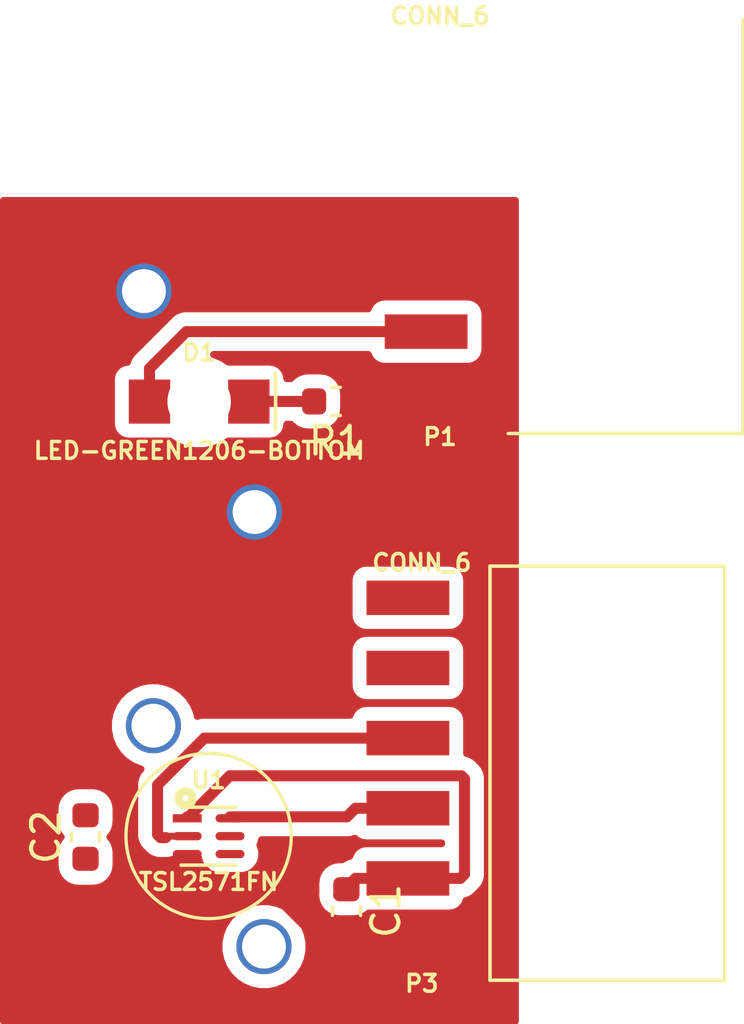
<source format=kicad_pcb>
(kicad_pcb (version 20171130) (host pcbnew 5.1.5+dfsg1-2~bpo9+1)

  (general
    (thickness 1.6)
    (drawings 1)
    (tracks 37)
    (zones 0)
    (modules 7)
    (nets 12)
  )

  (page A4)
  (layers
    (0 F.Cu signal)
    (31 B.Cu signal)
    (32 B.Adhes user)
    (33 F.Adhes user)
    (34 B.Paste user)
    (35 F.Paste user)
    (36 B.SilkS user)
    (37 F.SilkS user)
    (38 B.Mask user)
    (39 F.Mask user)
    (40 Dwgs.User user)
    (41 Cmts.User user)
    (42 Eco1.User user)
    (43 Eco2.User user)
    (44 Edge.Cuts user)
    (45 Margin user)
    (46 B.CrtYd user)
    (47 F.CrtYd user)
    (48 B.Fab user)
    (49 F.Fab user)
  )

  (setup
    (last_trace_width 0.4)
    (user_trace_width 0.3)
    (user_trace_width 0.4)
    (user_trace_width 0.5)
    (trace_clearance 0.35)
    (zone_clearance 0.5)
    (zone_45_only no)
    (trace_min 0.2)
    (via_size 0.8)
    (via_drill 0.4)
    (via_min_size 0.4)
    (via_min_drill 0.3)
    (uvia_size 0.3)
    (uvia_drill 0.1)
    (uvias_allowed no)
    (uvia_min_size 0.2)
    (uvia_min_drill 0.1)
    (edge_width 0.05)
    (segment_width 0.2)
    (pcb_text_width 0.3)
    (pcb_text_size 1.5 1.5)
    (mod_edge_width 0.12)
    (mod_text_size 1 1)
    (mod_text_width 0.15)
    (pad_size 2.2987 2.2987)
    (pad_drill 2.2987)
    (pad_to_mask_clearance 0.051)
    (solder_mask_min_width 0.25)
    (aux_axis_origin 110.9726 65.278)
    (grid_origin 110.9726 65.278)
    (visible_elements FFFFFF7F)
    (pcbplotparams
      (layerselection 0x00000_7fffffff)
      (usegerberextensions false)
      (usegerberattributes false)
      (usegerberadvancedattributes false)
      (creategerberjobfile false)
      (excludeedgelayer true)
      (linewidth 0.150000)
      (plotframeref false)
      (viasonmask false)
      (mode 1)
      (useauxorigin true)
      (hpglpennumber 1)
      (hpglpenspeed 20)
      (hpglpendiameter 15.000000)
      (psnegative false)
      (psa4output false)
      (plotreference true)
      (plotvalue true)
      (plotinvisibletext false)
      (padsonsilk false)
      (subtractmaskfromsilk false)
      (outputformat 1)
      (mirror false)
      (drillshape 0)
      (scaleselection 1)
      (outputdirectory ""))
  )

  (net 0 "")
  (net 1 GND)
  (net 2 3.3V)
  (net 3 SCL)
  (net 4 SDA)
  (net 5 "Net-(P3-Pad2)")
  (net 6 "Net-(P3-Pad1)")
  (net 7 "Net-(D1-PadC)")
  (net 8 "Net-(D1-PadA)")
  (net 9 "Net-(U1-Pad5)")
  (net 10 "Net-(C2-Pad2)")
  (net 11 "Net-(C2-Pad1)")

  (net_class Default "This is the default net class."
    (clearance 0.35)
    (trace_width 0.25)
    (via_dia 0.8)
    (via_drill 0.4)
    (uvia_dia 0.3)
    (uvia_drill 0.1)
    (add_net 3.3V)
    (add_net GND)
    (add_net "Net-(C2-Pad1)")
    (add_net "Net-(C2-Pad2)")
    (add_net "Net-(D1-PadA)")
    (add_net "Net-(D1-PadC)")
    (add_net "Net-(P3-Pad1)")
    (add_net "Net-(P3-Pad2)")
    (add_net "Net-(U1-Pad5)")
    (add_net SCL)
    (add_net SDA)
  )

  (module Connectors2:1X06-SMD-FEMALE (layer F.Cu) (tedit 5F47FC5B) (tstamp 5F53783B)
    (at 129.8321 66.3448 90)
    (descr "HEADER - 6 PIN FEMALE SMD")
    (tags "HEADER - 6 PIN FEMALE SMD")
    (path /60C7935F)
    (attr smd)
    (fp_text reference P1 (at -7.62 -2.921 180) (layer F.SilkS)
      (effects (font (size 0.6096 0.6096) (thickness 0.127)))
    )
    (fp_text value CONN_6 (at 7.62 -2.921 180) (layer F.SilkS)
      (effects (font (size 0.6096 0.6096) (thickness 0.127)))
    )
    (fp_line (start -7.49808 8.04926) (end 7.49808 8.04926) (layer F.SilkS) (width 0.127))
    (fp_line (start -7.49808 -0.44958) (end -7.49808 8.04926) (layer F.SilkS) (width 0.127))
    (pad 6 smd rect (at -6.35 -3.42392 270) (size 1.24968 2.99974) (layers F.Cu F.Paste F.Mask)
      (net 1 GND) (solder_mask_margin 0.1016))
    (pad 5 smd rect (at -3.81 -3.42392 270) (size 1.24968 2.99974) (layers F.Cu F.Paste F.Mask)
      (net 8 "Net-(D1-PadA)") (solder_mask_margin 0.1016))
  )

  (module Capacitor_SMD:C_0603_1608Metric (layer F.Cu) (tedit 5B301BBE) (tstamp 5F538031)
    (at 114.0714 88.4555 90)
    (descr "Capacitor SMD 0603 (1608 Metric), square (rectangular) end terminal, IPC_7351 nominal, (Body size source: http://www.tortai-tech.com/upload/download/2011102023233369053.pdf), generated with kicad-footprint-generator")
    (tags capacitor)
    (path /60CE97FB)
    (attr smd)
    (fp_text reference C2 (at 0 -1.43 90) (layer F.SilkS)
      (effects (font (size 1 1) (thickness 0.15)))
    )
    (fp_text value "0.1 uF" (at 0 1.43 90) (layer F.Fab)
      (effects (font (size 1 1) (thickness 0.15)))
    )
    (fp_text user %R (at 0 -0.0762 90) (layer F.Fab)
      (effects (font (size 0.4 0.4) (thickness 0.06)))
    )
    (fp_line (start 1.48 0.73) (end -1.48 0.73) (layer F.CrtYd) (width 0.05))
    (fp_line (start 1.48 -0.73) (end 1.48 0.73) (layer F.CrtYd) (width 0.05))
    (fp_line (start -1.48 -0.73) (end 1.48 -0.73) (layer F.CrtYd) (width 0.05))
    (fp_line (start -1.48 0.73) (end -1.48 -0.73) (layer F.CrtYd) (width 0.05))
    (fp_line (start -0.162779 0.51) (end 0.162779 0.51) (layer F.SilkS) (width 0.12))
    (fp_line (start -0.162779 -0.51) (end 0.162779 -0.51) (layer F.SilkS) (width 0.12))
    (fp_line (start 0.8 0.4) (end -0.8 0.4) (layer F.Fab) (width 0.1))
    (fp_line (start 0.8 -0.4) (end 0.8 0.4) (layer F.Fab) (width 0.1))
    (fp_line (start -0.8 -0.4) (end 0.8 -0.4) (layer F.Fab) (width 0.1))
    (fp_line (start -0.8 0.4) (end -0.8 -0.4) (layer F.Fab) (width 0.1))
    (pad 2 smd roundrect (at 0.7875 0 90) (size 0.875 0.95) (layers F.Cu F.Paste F.Mask) (roundrect_rratio 0.25)
      (net 10 "Net-(C2-Pad2)"))
    (pad 1 smd roundrect (at -0.7875 0 90) (size 0.875 0.95) (layers F.Cu F.Paste F.Mask) (roundrect_rratio 0.25)
      (net 11 "Net-(C2-Pad1)"))
    (model ${KISYS3DMOD}/Capacitor_SMD.3dshapes/C_0603_1608Metric.wrl
      (at (xyz 0 0 0))
      (scale (xyz 1 1 1))
      (rotate (xyz 0 0 0))
    )
  )

  (module LED:LED-1206-BOTTOM (layer F.Cu) (tedit 5961BA13) (tstamp 5F53782D)
    (at 118.1863 72.6878)
    (descr "LED 1206 SMT")
    (tags "LED 1206 SMT")
    (path /60CE44FA)
    (attr smd)
    (fp_text reference D1 (at 0 -1.778) (layer F.SilkS)
      (effects (font (size 0.6096 0.6096) (thickness 0.127)))
    )
    (fp_text value LED-GREEN1206-BOTTOM (at 0 1.778) (layer F.SilkS)
      (effects (font (size 0.6096 0.6096) (thickness 0.127)))
    )
    (fp_line (start -1.59766 -0.49784) (end -1.09982 -0.49784) (layer Dwgs.User) (width 0.1))
    (fp_line (start -1.59766 -0.24892) (end -1.59766 -0.49784) (layer Dwgs.User) (width 0.1))
    (fp_line (start -1.54686 -0.2413) (end -1.59766 -0.24892) (layer Dwgs.User) (width 0.1))
    (fp_line (start -1.4986 -0.22098) (end -1.54686 -0.2413) (layer Dwgs.User) (width 0.1))
    (fp_line (start -1.45796 -0.1905) (end -1.4986 -0.22098) (layer Dwgs.User) (width 0.1))
    (fp_line (start -1.42494 -0.14986) (end -1.45796 -0.1905) (layer Dwgs.User) (width 0.1))
    (fp_line (start -1.40462 -0.1016) (end -1.42494 -0.14986) (layer Dwgs.User) (width 0.1))
    (fp_line (start -1.39954 -0.04826) (end -1.40462 -0.1016) (layer Dwgs.User) (width 0.1))
    (fp_line (start -1.39954 0.04826) (end -1.39954 -0.04826) (layer Dwgs.User) (width 0.1))
    (fp_line (start -1.40462 0.1016) (end -1.39954 0.04826) (layer Dwgs.User) (width 0.1))
    (fp_line (start -1.42494 0.14986) (end -1.40462 0.1016) (layer Dwgs.User) (width 0.1))
    (fp_line (start -1.45796 0.1905) (end -1.42494 0.14986) (layer Dwgs.User) (width 0.1))
    (fp_line (start -1.4986 0.22098) (end -1.45796 0.1905) (layer Dwgs.User) (width 0.1))
    (fp_line (start -1.54686 0.2413) (end -1.4986 0.22098) (layer Dwgs.User) (width 0.1))
    (fp_line (start -1.59766 0.24892) (end -1.54686 0.2413) (layer Dwgs.User) (width 0.1))
    (fp_line (start -1.59766 0.49784) (end -1.59766 0.24892) (layer Dwgs.User) (width 0.1))
    (fp_line (start -1.09982 0.49784) (end -1.59766 0.49784) (layer Dwgs.User) (width 0.1))
    (fp_line (start -1.09982 -0.49784) (end -1.09982 0.49784) (layer Dwgs.User) (width 0.1))
    (fp_line (start 1.59766 0.49784) (end 1.09982 0.49784) (layer Dwgs.User) (width 0.1))
    (fp_line (start 1.59766 0.24892) (end 1.59766 0.49784) (layer Dwgs.User) (width 0.1))
    (fp_line (start 1.54686 0.2413) (end 1.59766 0.24892) (layer Dwgs.User) (width 0.1))
    (fp_line (start 1.4986 0.22098) (end 1.54686 0.2413) (layer Dwgs.User) (width 0.1))
    (fp_line (start 1.45796 0.1905) (end 1.4986 0.22098) (layer Dwgs.User) (width 0.1))
    (fp_line (start 1.42494 0.14986) (end 1.45796 0.1905) (layer Dwgs.User) (width 0.1))
    (fp_line (start 1.40462 0.1016) (end 1.42494 0.14986) (layer Dwgs.User) (width 0.1))
    (fp_line (start 1.39954 0.04826) (end 1.40462 0.1016) (layer Dwgs.User) (width 0.1))
    (fp_line (start 1.39954 -0.04826) (end 1.39954 0.04826) (layer Dwgs.User) (width 0.1))
    (fp_line (start 1.40462 -0.1016) (end 1.39954 -0.04826) (layer Dwgs.User) (width 0.1))
    (fp_line (start 1.42494 -0.14986) (end 1.40462 -0.1016) (layer Dwgs.User) (width 0.1))
    (fp_line (start 1.45796 -0.1905) (end 1.42494 -0.14986) (layer Dwgs.User) (width 0.1))
    (fp_line (start 1.4986 -0.22098) (end 1.45796 -0.1905) (layer Dwgs.User) (width 0.1))
    (fp_line (start 1.54686 -0.2413) (end 1.4986 -0.22098) (layer Dwgs.User) (width 0.1))
    (fp_line (start 1.59766 -0.24892) (end 1.54686 -0.2413) (layer Dwgs.User) (width 0.1))
    (fp_line (start 1.59766 -0.49784) (end 1.59766 -0.24892) (layer Dwgs.User) (width 0.1))
    (fp_line (start 1.09982 -0.49784) (end 1.59766 -0.49784) (layer Dwgs.User) (width 0.1))
    (fp_line (start 1.09982 0.49784) (end 1.09982 -0.49784) (layer Dwgs.User) (width 0.1))
    (fp_line (start 2.7686 -1.016) (end 2.7686 1.016) (layer F.SilkS) (width 0.127))
    (fp_line (start 2.7686 -1.016) (end 2.7686 1.016) (layer F.SilkS) (width 0.127))
    (fp_line (start 0.254 0) (end 1.27 0) (layer Dwgs.User) (width 0.127))
    (fp_line (start 0.254 0) (end 0.254 0.635) (layer Dwgs.User) (width 0.127))
    (fp_line (start 0.254 0) (end 0.254 -0.635) (layer Dwgs.User) (width 0.127))
    (fp_line (start -0.381 0.635) (end -0.381 0) (layer Dwgs.User) (width 0.127))
    (fp_line (start 0.254 0) (end -0.381 0.635) (layer Dwgs.User) (width 0.127))
    (fp_line (start -0.381 -0.635) (end 0.254 0) (layer Dwgs.User) (width 0.127))
    (fp_line (start -0.381 0) (end -0.381 -0.635) (layer Dwgs.User) (width 0.127))
    (fp_line (start -1.27 0) (end -0.381 0) (layer Dwgs.User) (width 0.127))
    (fp_line (start 1.59766 0) (end 2.39776 0) (layer Dwgs.User) (width 0.127))
    (fp_line (start -2.39776 0) (end -1.59766 0) (layer Dwgs.User) (width 0.127))
    (fp_line (start -1.99898 -0.39878) (end -1.99898 0.39878) (layer Dwgs.User) (width 0.127))
    (fp_line (start -0.7493 0.7493) (end -0.7493 -0.7493) (layer Dwgs.User) (width 0.06604))
    (fp_line (start -0.7493 -0.7493) (end 0.7493 -0.7493) (layer Dwgs.User) (width 0.06604))
    (fp_line (start 0.7493 0.7493) (end 0.7493 -0.7493) (layer Dwgs.User) (width 0.06604))
    (fp_line (start -0.7493 0.7493) (end 0.7493 0.7493) (layer Dwgs.User) (width 0.06604))
    (pad "" np_thru_hole circle (at 0 0) (size 2.2987 2.2987) (drill 2.2987) (layers *.Cu *.Mask)
      (solder_mask_margin 0.1016))
    (pad C smd rect (at 1.79832 0) (size 1.4986 1.59766) (layers F.Cu F.Paste F.Mask)
      (net 7 "Net-(D1-PadC)") (solder_mask_margin 0.1016))
    (pad A smd rect (at -1.79832 0) (size 1.4986 1.59766) (layers F.Cu F.Paste F.Mask)
      (net 8 "Net-(D1-PadA)") (solder_mask_margin 0.1016))
  )

  (module Silicon-Standard:DFN-6-2X2 (layer F.Cu) (tedit 200000) (tstamp 5F53786B)
    (at 118.5292 88.4257)
    (descr "6-PIN DUAL-FLAT NO-LEAD (DFN) (2.0 X 2.0 MM)")
    (tags "6-PIN DUAL-FLAT NO-LEAD (DFN) (2.0 X 2.0 MM)")
    (path /60CE0951)
    (attr smd)
    (fp_text reference U1 (at 0 -2.032) (layer F.SilkS)
      (effects (font (size 0.6096 0.6096) (thickness 0.127)))
    )
    (fp_text value TSL2571FN (at 0 1.651) (layer F.SilkS)
      (effects (font (size 0.6096 0.6096) (thickness 0.127)))
    )
    (fp_circle (center -0.8382 -1.3716) (end -0.8382 -1.47066) (layer F.SilkS) (width 0.3048))
    (fp_line (start -0.99822 1.04902) (end 0.99822 1.04902) (layer F.SilkS) (width 0.127))
    (fp_line (start -0.99822 -1.04902) (end 0.99822 -1.04902) (layer F.SilkS) (width 0.127))
    (fp_line (start 0.99822 -0.99822) (end -0.99822 -0.99822) (layer Dwgs.User) (width 0.127))
    (fp_line (start 0.99822 0.99822) (end 0.99822 -0.99822) (layer Dwgs.User) (width 0.127))
    (fp_line (start -0.99822 0.99822) (end 0.99822 0.99822) (layer Dwgs.User) (width 0.127))
    (fp_line (start -0.99822 -0.99822) (end -0.99822 0.99822) (layer Dwgs.User) (width 0.127))
    (pad 6 smd oval (at 0.7747 -0.6477) (size 1.04902 0.29972) (layers F.Cu F.Paste F.Mask)
      (net 4 SDA) (solder_mask_margin 0.1016))
    (pad 5 smd oval (at 0.7747 0) (size 1.04902 0.29972) (layers F.Cu F.Paste F.Mask)
      (net 9 "Net-(U1-Pad5)") (solder_mask_margin 0.1016))
    (pad 4 smd oval (at 0.7747 0.6477) (size 1.04902 0.29972) (layers F.Cu F.Paste F.Mask)
      (solder_mask_margin 0.1016))
    (pad 3 smd oval (at -0.7747 0.6477) (size 1.04902 0.29972) (layers F.Cu F.Paste F.Mask)
      (net 1 GND) (solder_mask_margin 0.1016))
    (pad 2 smd oval (at -0.7747 0) (size 1.04902 0.29972) (layers F.Cu F.Paste F.Mask)
      (net 3 SCL) (solder_mask_margin 0.1016))
    (pad 1 smd rect (at -0.7747 -0.6477 180) (size 1.04902 0.29972) (layers F.Cu F.Paste F.Mask)
      (net 2 3.3V) (solder_mask_margin 0.1016))
  )

  (module Resistor_SMD:R_0603_1608Metric (layer F.Cu) (tedit 5B301BBD) (tstamp 5F53785A)
    (at 123.1392 72.6821 180)
    (descr "Resistor SMD 0603 (1608 Metric), square (rectangular) end terminal, IPC_7351 nominal, (Body size source: http://www.tortai-tech.com/upload/download/2011102023233369053.pdf), generated with kicad-footprint-generator")
    (tags resistor)
    (path /60CE44EB)
    (attr smd)
    (fp_text reference R1 (at 0 -1.43) (layer F.SilkS)
      (effects (font (size 1 1) (thickness 0.15)))
    )
    (fp_text value 330 (at 0 1.43) (layer F.Fab)
      (effects (font (size 1 1) (thickness 0.15)))
    )
    (fp_text user %R (at -0.889 0.889) (layer F.Fab)
      (effects (font (size 0.4 0.4) (thickness 0.06)))
    )
    (fp_line (start 1.48 0.73) (end -1.48 0.73) (layer F.CrtYd) (width 0.05))
    (fp_line (start 1.48 -0.73) (end 1.48 0.73) (layer F.CrtYd) (width 0.05))
    (fp_line (start -1.48 -0.73) (end 1.48 -0.73) (layer F.CrtYd) (width 0.05))
    (fp_line (start -1.48 0.73) (end -1.48 -0.73) (layer F.CrtYd) (width 0.05))
    (fp_line (start -0.162779 0.51) (end 0.162779 0.51) (layer F.SilkS) (width 0.12))
    (fp_line (start -0.162779 -0.51) (end 0.162779 -0.51) (layer F.SilkS) (width 0.12))
    (fp_line (start 0.8 0.4) (end -0.8 0.4) (layer F.Fab) (width 0.1))
    (fp_line (start 0.8 -0.4) (end 0.8 0.4) (layer F.Fab) (width 0.1))
    (fp_line (start -0.8 -0.4) (end 0.8 -0.4) (layer F.Fab) (width 0.1))
    (fp_line (start -0.8 0.4) (end -0.8 -0.4) (layer F.Fab) (width 0.1))
    (pad 2 smd roundrect (at 0.7875 0 180) (size 0.875 0.95) (layers F.Cu F.Paste F.Mask) (roundrect_rratio 0.25)
      (net 7 "Net-(D1-PadC)"))
    (pad 1 smd roundrect (at -0.7875 0 180) (size 0.875 0.95) (layers F.Cu F.Paste F.Mask) (roundrect_rratio 0.25)
      (net 1 GND))
    (model ${KISYS3DMOD}/Resistor_SMD.3dshapes/R_0603_1608Metric.wrl
      (at (xyz 0 0 0))
      (scale (xyz 1 1 1))
      (rotate (xyz 0 0 0))
    )
  )

  (module Connectors2:1X06-SMD-FEMALE (layer F.Cu) (tedit 200000) (tstamp 5F537849)
    (at 129.1717 86.1441 90)
    (descr "HEADER - 6 PIN FEMALE SMD")
    (tags "HEADER - 6 PIN FEMALE SMD")
    (path /60CA3815)
    (attr smd)
    (fp_text reference P3 (at -7.62 -2.921) (layer F.SilkS)
      (effects (font (size 0.6096 0.6096) (thickness 0.127)))
    )
    (fp_text value CONN_6 (at 7.62 -2.921) (layer F.SilkS)
      (effects (font (size 0.6096 0.6096) (thickness 0.127)))
    )
    (fp_line (start -7.49808 8.04926) (end 7.49808 8.04926) (layer F.SilkS) (width 0.127))
    (fp_line (start 7.49808 8.04926) (end 7.49808 -0.44958) (layer F.SilkS) (width 0.127))
    (fp_line (start 7.49808 -0.44958) (end -7.49808 -0.44958) (layer F.SilkS) (width 0.127))
    (fp_line (start -7.49808 -0.44958) (end -7.49808 8.04926) (layer F.SilkS) (width 0.127))
    (pad 6 smd rect (at -6.35 -3.42392 270) (size 1.24968 2.99974) (layers F.Cu F.Paste F.Mask)
      (net 1 GND) (solder_mask_margin 0.1016))
    (pad 5 smd rect (at -3.81 -3.42392 270) (size 1.24968 2.99974) (layers F.Cu F.Paste F.Mask)
      (net 2 3.3V) (solder_mask_margin 0.1016))
    (pad 4 smd rect (at -1.27 -3.42392 270) (size 1.24968 2.99974) (layers F.Cu F.Paste F.Mask)
      (net 4 SDA) (solder_mask_margin 0.1016))
    (pad 3 smd rect (at 1.27 -3.42392 270) (size 1.24968 2.99974) (layers F.Cu F.Paste F.Mask)
      (net 3 SCL) (solder_mask_margin 0.1016))
    (pad 2 smd rect (at 3.81 -3.42392 270) (size 1.24968 2.99974) (layers F.Cu F.Paste F.Mask)
      (net 5 "Net-(P3-Pad2)") (solder_mask_margin 0.1016))
    (pad 1 smd rect (at 6.35 -3.42392 270) (size 1.24968 2.99974) (layers F.Cu F.Paste F.Mask)
      (net 6 "Net-(P3-Pad1)") (solder_mask_margin 0.1016))
  )

  (module Capacitor_SMD:C_0603_1608Metric (layer F.Cu) (tedit 5B301BBE) (tstamp 5F5377F1)
    (at 123.5202 91.1352 270)
    (descr "Capacitor SMD 0603 (1608 Metric), square (rectangular) end terminal, IPC_7351 nominal, (Body size source: http://www.tortai-tech.com/upload/download/2011102023233369053.pdf), generated with kicad-footprint-generator")
    (tags capacitor)
    (path /60CE096E)
    (attr smd)
    (fp_text reference C1 (at 0 -1.43 90) (layer F.SilkS)
      (effects (font (size 1 1) (thickness 0.15)))
    )
    (fp_text value "0.1 uF" (at 0 1.43 90) (layer F.Fab)
      (effects (font (size 1 1) (thickness 0.15)))
    )
    (fp_text user %R (at 0 0 90) (layer F.Fab)
      (effects (font (size 0.4 0.4) (thickness 0.06)))
    )
    (fp_line (start 1.48 0.73) (end -1.48 0.73) (layer F.CrtYd) (width 0.05))
    (fp_line (start 1.48 -0.73) (end 1.48 0.73) (layer F.CrtYd) (width 0.05))
    (fp_line (start -1.48 -0.73) (end 1.48 -0.73) (layer F.CrtYd) (width 0.05))
    (fp_line (start -1.48 0.73) (end -1.48 -0.73) (layer F.CrtYd) (width 0.05))
    (fp_line (start -0.162779 0.51) (end 0.162779 0.51) (layer F.SilkS) (width 0.12))
    (fp_line (start -0.162779 -0.51) (end 0.162779 -0.51) (layer F.SilkS) (width 0.12))
    (fp_line (start 0.8 0.4) (end -0.8 0.4) (layer F.Fab) (width 0.1))
    (fp_line (start 0.8 -0.4) (end 0.8 0.4) (layer F.Fab) (width 0.1))
    (fp_line (start -0.8 -0.4) (end 0.8 -0.4) (layer F.Fab) (width 0.1))
    (fp_line (start -0.8 0.4) (end -0.8 -0.4) (layer F.Fab) (width 0.1))
    (pad 2 smd roundrect (at 0.7875 0 270) (size 0.875 0.95) (layers F.Cu F.Paste F.Mask) (roundrect_rratio 0.25)
      (net 1 GND))
    (pad 1 smd roundrect (at -0.7875 0 270) (size 0.875 0.95) (layers F.Cu F.Paste F.Mask) (roundrect_rratio 0.25)
      (net 2 3.3V))
    (model ${KISYS3DMOD}/Capacitor_SMD.3dshapes/C_0603_1608Metric.wrl
      (at (xyz 0 0 0))
      (scale (xyz 1 1 1))
      (rotate (xyz 0 0 0))
    )
  )

  (gr_circle (center 118.5291 88.4174) (end 121.5136 88.646) (layer F.SilkS) (width 0.12))

  (via (at 120.5345 92.4257) (size 2) (drill 1.5875) (layers F.Cu B.Cu) (net 0) (tstamp 5F5356D5))
  (via (at 116.5292 84.4257) (size 2) (drill 1.5875) (layers F.Cu B.Cu) (net 0) (tstamp 5F5356D6))
  (via (at 116.1863 68.6878) (size 2) (drill 1.5875) (layers F.Cu B.Cu) (net 1) (tstamp 5F535497))
  (via (at 120.1916 76.6878) (size 2) (drill 1.5875) (layers F.Cu B.Cu) (net 1) (tstamp 5F5354F8))
  (segment (start 117.80667 89.12557) (end 117.7545 89.12557) (width 0.4) (layer F.Cu) (net 1))
  (segment (start 125.74778 92.4941) (end 122.896902 92.4941) (width 0.4) (layer F.Cu) (net 1))
  (segment (start 119.0924 90.4113) (end 117.80667 89.12557) (width 0.4) (layer F.Cu) (net 1))
  (segment (start 122.896902 92.4941) (end 120.814102 90.4113) (width 0.4) (layer F.Cu) (net 1))
  (segment (start 120.814102 90.4113) (end 119.0924 90.4113) (width 0.4) (layer F.Cu) (net 1))
  (segment (start 123.9394 72.6948) (end 123.9267 72.6821) (width 0.4) (layer F.Cu) (net 1))
  (segment (start 126.40818 72.6948) (end 123.9394 72.6948) (width 0.4) (layer F.Cu) (net 1))
  (segment (start 117.80667 87.72583) (end 117.7545 87.72583) (width 0.4) (layer F.Cu) (net 2))
  (segment (start 119.293241 86.239259) (end 117.80667 87.72583) (width 0.4) (layer F.Cu) (net 2))
  (segment (start 125.74778 89.9541) (end 127.64765 89.9541) (width 0.4) (layer F.Cu) (net 2))
  (segment (start 127.64765 89.9541) (end 127.797651 89.804099) (width 0.4) (layer F.Cu) (net 2))
  (segment (start 127.687651 86.239259) (end 119.293241 86.239259) (width 0.4) (layer F.Cu) (net 2))
  (segment (start 127.797651 86.349259) (end 127.687651 86.239259) (width 0.4) (layer F.Cu) (net 2))
  (segment (start 127.797651 89.804099) (end 127.797651 86.349259) (width 0.4) (layer F.Cu) (net 2))
  (segment (start 123.84791 89.9541) (end 123.2408 90.56121) (width 0.4) (layer F.Cu) (net 2))
  (segment (start 125.74778 89.9541) (end 123.84791 89.9541) (width 0.4) (layer F.Cu) (net 2))
  (segment (start 123.30669 90.56121) (end 123.5202 90.3477) (width 0.4) (layer F.Cu) (net 2))
  (segment (start 123.2408 90.56121) (end 123.30669 90.56121) (width 0.4) (layer F.Cu) (net 2))
  (segment (start 116.679989 86.568913) (end 116.679989 88.367861) (width 0.4) (layer F.Cu) (net 3))
  (segment (start 116.679989 88.367861) (end 116.789989 88.477861) (width 0.4) (layer F.Cu) (net 3))
  (segment (start 118.374802 84.8741) (end 116.679989 86.568913) (width 0.4) (layer F.Cu) (net 3))
  (segment (start 125.74778 84.8741) (end 118.374802 84.8741) (width 0.4) (layer F.Cu) (net 3))
  (segment (start 116.789989 88.477861) (end 116.9797 88.477861) (width 0.4) (layer F.Cu) (net 3))
  (segment (start 116.84215 88.4257) (end 116.789989 88.477861) (width 0.25) (layer F.Cu) (net 3))
  (segment (start 117.7545 88.4257) (end 116.84215 88.4257) (width 0.25) (layer F.Cu) (net 3))
  (segment (start 123.53618 87.72583) (end 119.3039 87.72583) (width 0.4) (layer F.Cu) (net 4))
  (segment (start 123.84791 87.4141) (end 123.53618 87.72583) (width 0.4) (layer F.Cu) (net 4))
  (segment (start 125.74778 87.4141) (end 123.84791 87.4141) (width 0.4) (layer F.Cu) (net 4))
  (segment (start 119.99032 72.6821) (end 119.98462 72.6878) (width 0.4) (layer F.Cu) (net 7))
  (segment (start 122.3517 72.6821) (end 119.99032 72.6821) (width 0.4) (layer F.Cu) (net 7))
  (segment (start 116.38798 71.48897) (end 116.38798 72.6878) (width 0.4) (layer F.Cu) (net 8))
  (segment (start 117.72215 70.1548) (end 116.38798 71.48897) (width 0.4) (layer F.Cu) (net 8))
  (segment (start 126.40818 70.1548) (end 117.72215 70.1548) (width 0.4) (layer F.Cu) (net 8))

  (zone (net 1) (net_name GND) (layer F.Cu) (tstamp 0) (hatch edge 0.508)
    (connect_pads yes (clearance 0.5))
    (min_thickness 0.254)
    (fill yes (arc_segments 32) (thermal_gap 0.508) (thermal_bridge_width 0.508))
    (polygon
      (pts
        (xy 129.7686 95.25) (xy 110.9726 95.25) (xy 110.9726 65.278) (xy 129.7686 65.278)
      )
    )
    (filled_polygon
      (pts
        (xy 129.6416 95.123) (xy 111.0996 95.123) (xy 111.0996 92.265455) (xy 118.9075 92.265455) (xy 118.9075 92.585945)
        (xy 118.970025 92.900278) (xy 119.092672 93.196373) (xy 119.270727 93.462852) (xy 119.497348 93.689473) (xy 119.763827 93.867528)
        (xy 120.059922 93.990175) (xy 120.374255 94.0527) (xy 120.694745 94.0527) (xy 121.009078 93.990175) (xy 121.305173 93.867528)
        (xy 121.571652 93.689473) (xy 121.798273 93.462852) (xy 121.976328 93.196373) (xy 122.098975 92.900278) (xy 122.1615 92.585945)
        (xy 122.1615 92.265455) (xy 122.098975 91.951122) (xy 121.976328 91.655027) (xy 121.798273 91.388548) (xy 121.571652 91.161927)
        (xy 121.305173 90.983872) (xy 121.009078 90.861225) (xy 120.694745 90.7987) (xy 120.374255 90.7987) (xy 120.059922 90.861225)
        (xy 119.763827 90.983872) (xy 119.497348 91.161927) (xy 119.270727 91.388548) (xy 119.092672 91.655027) (xy 118.970025 91.951122)
        (xy 118.9075 92.265455) (xy 111.0996 92.265455) (xy 111.0996 87.44925) (xy 112.966367 87.44925) (xy 112.966367 87.88675)
        (xy 112.982676 88.052339) (xy 113.030977 88.211565) (xy 113.109413 88.358309) (xy 113.189176 88.4555) (xy 113.109413 88.552691)
        (xy 113.030977 88.699435) (xy 112.982676 88.858661) (xy 112.966367 89.02425) (xy 112.966367 89.46175) (xy 112.982676 89.627339)
        (xy 113.030977 89.786565) (xy 113.109413 89.933309) (xy 113.21497 90.06193) (xy 113.343591 90.167487) (xy 113.490335 90.245923)
        (xy 113.649561 90.294224) (xy 113.81515 90.310533) (xy 114.32765 90.310533) (xy 114.493239 90.294224) (xy 114.652465 90.245923)
        (xy 114.799209 90.167487) (xy 114.92783 90.06193) (xy 115.033387 89.933309) (xy 115.111823 89.786565) (xy 115.160124 89.627339)
        (xy 115.176433 89.46175) (xy 115.176433 89.02425) (xy 115.160124 88.858661) (xy 115.111823 88.699435) (xy 115.033387 88.552691)
        (xy 114.953624 88.4555) (xy 115.033387 88.358309) (xy 115.111823 88.211565) (xy 115.160124 88.052339) (xy 115.176433 87.88675)
        (xy 115.176433 87.44925) (xy 115.160124 87.283661) (xy 115.111823 87.124435) (xy 115.033387 86.977691) (xy 114.92783 86.84907)
        (xy 114.799209 86.743513) (xy 114.652465 86.665077) (xy 114.493239 86.616776) (xy 114.32765 86.600467) (xy 113.81515 86.600467)
        (xy 113.649561 86.616776) (xy 113.490335 86.665077) (xy 113.343591 86.743513) (xy 113.21497 86.84907) (xy 113.109413 86.977691)
        (xy 113.030977 87.124435) (xy 112.982676 87.283661) (xy 112.966367 87.44925) (xy 111.0996 87.44925) (xy 111.0996 84.265455)
        (xy 114.9022 84.265455) (xy 114.9022 84.585945) (xy 114.964725 84.900278) (xy 115.087372 85.196373) (xy 115.265427 85.462852)
        (xy 115.492048 85.689473) (xy 115.758527 85.867528) (xy 116.054622 85.990175) (xy 116.080827 85.995388) (xy 116.051398 86.031248)
        (xy 115.989037 86.107234) (xy 115.954776 86.171333) (xy 115.912244 86.250904) (xy 115.864955 86.406794) (xy 115.852989 86.52829)
        (xy 115.852989 86.528299) (xy 115.848989 86.568913) (xy 115.852989 86.609527) (xy 115.85299 88.327238) (xy 115.848989 88.367861)
        (xy 115.864956 88.529981) (xy 115.912245 88.685871) (xy 115.989037 88.82954) (xy 116.064187 88.921109) (xy 116.092384 88.955467)
        (xy 116.123935 88.98136) (xy 116.176487 89.033912) (xy 116.202383 89.065467) (xy 116.32831 89.168813) (xy 116.471979 89.245606)
        (xy 116.627869 89.292895) (xy 116.749365 89.304861) (xy 116.749377 89.304861) (xy 116.789988 89.308861) (xy 116.830599 89.304861)
        (xy 117.020324 89.304861) (xy 117.14182 89.292895) (xy 117.29771 89.245606) (xy 117.378243 89.20256) (xy 118.161353 89.20256)
        (xy 118.163631 89.225691) (xy 118.208053 89.37213) (xy 118.28019 89.507088) (xy 118.37727 89.62538) (xy 118.495562 89.72246)
        (xy 118.63052 89.794597) (xy 118.776959 89.839019) (xy 118.891093 89.85026) (xy 119.716707 89.85026) (xy 119.830841 89.839019)
        (xy 119.97728 89.794597) (xy 120.112238 89.72246) (xy 120.23053 89.62538) (xy 120.32761 89.507088) (xy 120.399747 89.37213)
        (xy 120.444169 89.225691) (xy 120.459168 89.0734) (xy 120.444169 88.921109) (xy 120.399747 88.77467) (xy 120.38632 88.74955)
        (xy 120.399747 88.72443) (xy 120.444169 88.577991) (xy 120.446647 88.55283) (xy 123.495566 88.55283) (xy 123.53618 88.55683)
        (xy 123.576794 88.55283) (xy 123.576804 88.55283) (xy 123.6983 88.540864) (xy 123.82451 88.502578) (xy 123.897882 88.562793)
        (xy 124.006807 88.621015) (xy 124.124997 88.656867) (xy 124.24791 88.668973) (xy 126.970651 88.668973) (xy 126.970651 88.699227)
        (xy 124.24791 88.699227) (xy 124.124997 88.711333) (xy 124.006807 88.747185) (xy 123.897882 88.805407) (xy 123.802409 88.883759)
        (xy 123.724057 88.979232) (xy 123.665835 89.088157) (xy 123.646805 89.150892) (xy 123.5299 89.186355) (xy 123.499583 89.20256)
        (xy 123.386229 89.263148) (xy 123.365492 89.280167) (xy 123.26395 89.280167) (xy 123.098361 89.296476) (xy 122.939135 89.344777)
        (xy 122.792391 89.423213) (xy 122.66377 89.52877) (xy 122.558213 89.657391) (xy 122.479777 89.804135) (xy 122.431476 89.963361)
        (xy 122.415167 90.12895) (xy 122.415167 90.506706) (xy 122.409799 90.56121) (xy 122.425766 90.72333) (xy 122.473055 90.87922)
        (xy 122.549848 91.022889) (xy 122.55066 91.023879) (xy 122.558213 91.038009) (xy 122.66377 91.16663) (xy 122.792391 91.272187)
        (xy 122.939135 91.350623) (xy 123.098361 91.398924) (xy 123.26395 91.415233) (xy 123.77645 91.415233) (xy 123.942039 91.398924)
        (xy 124.101265 91.350623) (xy 124.248009 91.272187) (xy 124.325035 91.208973) (xy 127.24765 91.208973) (xy 127.370563 91.196867)
        (xy 127.488753 91.161015) (xy 127.597678 91.102793) (xy 127.693151 91.024441) (xy 127.771503 90.928968) (xy 127.829725 90.820043)
        (xy 127.848755 90.757308) (xy 127.96566 90.721845) (xy 128.109329 90.645052) (xy 128.235256 90.541706) (xy 128.261154 90.510149)
        (xy 128.353704 90.4176) (xy 128.385257 90.391705) (xy 128.488603 90.265778) (xy 128.565396 90.122109) (xy 128.612685 89.966219)
        (xy 128.624651 89.844723) (xy 128.624651 89.844711) (xy 128.628651 89.8041) (xy 128.624651 89.763489) (xy 128.624651 86.389869)
        (xy 128.628651 86.349258) (xy 128.624651 86.308647) (xy 128.624651 86.308635) (xy 128.612685 86.187139) (xy 128.565396 86.031249)
        (xy 128.488603 85.88758) (xy 128.385257 85.761653) (xy 128.353702 85.735757) (xy 128.301155 85.68321) (xy 128.275257 85.651653)
        (xy 128.14933 85.548307) (xy 128.005661 85.471514) (xy 127.877683 85.432692) (xy 127.877683 84.24926) (xy 127.865577 84.126347)
        (xy 127.829725 84.008157) (xy 127.771503 83.899232) (xy 127.693151 83.803759) (xy 127.597678 83.725407) (xy 127.488753 83.667185)
        (xy 127.370563 83.631333) (xy 127.24765 83.619227) (xy 124.24791 83.619227) (xy 124.124997 83.631333) (xy 124.006807 83.667185)
        (xy 123.897882 83.725407) (xy 123.802409 83.803759) (xy 123.724057 83.899232) (xy 123.665835 84.008157) (xy 123.654022 84.0471)
        (xy 118.415416 84.0471) (xy 118.374802 84.0431) (xy 118.334188 84.0471) (xy 118.334178 84.0471) (xy 118.212682 84.059066)
        (xy 118.120697 84.08697) (xy 118.093675 83.951122) (xy 117.971028 83.655027) (xy 117.792973 83.388548) (xy 117.566352 83.161927)
        (xy 117.299873 82.983872) (xy 117.003778 82.861225) (xy 116.689445 82.7987) (xy 116.368955 82.7987) (xy 116.054622 82.861225)
        (xy 115.758527 82.983872) (xy 115.492048 83.161927) (xy 115.265427 83.388548) (xy 115.087372 83.655027) (xy 114.964725 83.951122)
        (xy 114.9022 84.265455) (xy 111.0996 84.265455) (xy 111.0996 81.70926) (xy 123.617877 81.70926) (xy 123.617877 82.95894)
        (xy 123.629983 83.081853) (xy 123.665835 83.200043) (xy 123.724057 83.308968) (xy 123.802409 83.404441) (xy 123.897882 83.482793)
        (xy 124.006807 83.541015) (xy 124.124997 83.576867) (xy 124.24791 83.588973) (xy 127.24765 83.588973) (xy 127.370563 83.576867)
        (xy 127.488753 83.541015) (xy 127.597678 83.482793) (xy 127.693151 83.404441) (xy 127.771503 83.308968) (xy 127.829725 83.200043)
        (xy 127.865577 83.081853) (xy 127.877683 82.95894) (xy 127.877683 81.70926) (xy 127.865577 81.586347) (xy 127.829725 81.468157)
        (xy 127.771503 81.359232) (xy 127.693151 81.263759) (xy 127.597678 81.185407) (xy 127.488753 81.127185) (xy 127.370563 81.091333)
        (xy 127.24765 81.079227) (xy 124.24791 81.079227) (xy 124.124997 81.091333) (xy 124.006807 81.127185) (xy 123.897882 81.185407)
        (xy 123.802409 81.263759) (xy 123.724057 81.359232) (xy 123.665835 81.468157) (xy 123.629983 81.586347) (xy 123.617877 81.70926)
        (xy 111.0996 81.70926) (xy 111.0996 79.16926) (xy 123.617877 79.16926) (xy 123.617877 80.41894) (xy 123.629983 80.541853)
        (xy 123.665835 80.660043) (xy 123.724057 80.768968) (xy 123.802409 80.864441) (xy 123.897882 80.942793) (xy 124.006807 81.001015)
        (xy 124.124997 81.036867) (xy 124.24791 81.048973) (xy 127.24765 81.048973) (xy 127.370563 81.036867) (xy 127.488753 81.001015)
        (xy 127.597678 80.942793) (xy 127.693151 80.864441) (xy 127.771503 80.768968) (xy 127.829725 80.660043) (xy 127.865577 80.541853)
        (xy 127.877683 80.41894) (xy 127.877683 79.16926) (xy 127.865577 79.046347) (xy 127.829725 78.928157) (xy 127.771503 78.819232)
        (xy 127.693151 78.723759) (xy 127.597678 78.645407) (xy 127.488753 78.587185) (xy 127.370563 78.551333) (xy 127.24765 78.539227)
        (xy 124.24791 78.539227) (xy 124.124997 78.551333) (xy 124.006807 78.587185) (xy 123.897882 78.645407) (xy 123.802409 78.723759)
        (xy 123.724057 78.819232) (xy 123.665835 78.928157) (xy 123.629983 79.046347) (xy 123.617877 79.16926) (xy 111.0996 79.16926)
        (xy 111.0996 71.88897) (xy 115.008647 71.88897) (xy 115.008647 73.48663) (xy 115.020753 73.609543) (xy 115.056605 73.727733)
        (xy 115.114827 73.836658) (xy 115.193179 73.932131) (xy 115.288652 74.010483) (xy 115.397577 74.068705) (xy 115.515767 74.104557)
        (xy 115.63868 74.116663) (xy 117.127399 74.116663) (xy 117.344883 74.261981) (xy 117.668158 74.395886) (xy 118.011345 74.46415)
        (xy 118.361255 74.46415) (xy 118.704442 74.395886) (xy 119.027717 74.261981) (xy 119.245201 74.116663) (xy 120.73392 74.116663)
        (xy 120.856833 74.104557) (xy 120.975023 74.068705) (xy 121.083948 74.010483) (xy 121.179421 73.932131) (xy 121.257773 73.836658)
        (xy 121.315995 73.727733) (xy 121.351847 73.609543) (xy 121.36174 73.5091) (xy 121.508617 73.5091) (xy 121.53277 73.53853)
        (xy 121.661391 73.644087) (xy 121.808135 73.722523) (xy 121.967361 73.770824) (xy 122.13295 73.787133) (xy 122.57045 73.787133)
        (xy 122.736039 73.770824) (xy 122.895265 73.722523) (xy 123.042009 73.644087) (xy 123.17063 73.53853) (xy 123.276187 73.409909)
        (xy 123.354623 73.263165) (xy 123.402924 73.103939) (xy 123.419233 72.93835) (xy 123.419233 72.42585) (xy 123.402924 72.260261)
        (xy 123.354623 72.101035) (xy 123.276187 71.954291) (xy 123.17063 71.82567) (xy 123.042009 71.720113) (xy 122.895265 71.641677)
        (xy 122.736039 71.593376) (xy 122.57045 71.577067) (xy 122.13295 71.577067) (xy 121.967361 71.593376) (xy 121.808135 71.641677)
        (xy 121.661391 71.720113) (xy 121.53277 71.82567) (xy 121.508617 71.8551) (xy 121.360617 71.8551) (xy 121.351847 71.766057)
        (xy 121.315995 71.647867) (xy 121.257773 71.538942) (xy 121.179421 71.443469) (xy 121.083948 71.365117) (xy 120.975023 71.306895)
        (xy 120.856833 71.271043) (xy 120.73392 71.258937) (xy 119.245201 71.258937) (xy 119.027717 71.113619) (xy 118.709478 70.9818)
        (xy 124.314422 70.9818) (xy 124.326235 71.020743) (xy 124.384457 71.129668) (xy 124.462809 71.225141) (xy 124.558282 71.303493)
        (xy 124.667207 71.361715) (xy 124.785397 71.397567) (xy 124.90831 71.409673) (xy 127.90805 71.409673) (xy 128.030963 71.397567)
        (xy 128.149153 71.361715) (xy 128.258078 71.303493) (xy 128.353551 71.225141) (xy 128.431903 71.129668) (xy 128.490125 71.020743)
        (xy 128.525977 70.902553) (xy 128.538083 70.77964) (xy 128.538083 69.52996) (xy 128.525977 69.407047) (xy 128.490125 69.288857)
        (xy 128.431903 69.179932) (xy 128.353551 69.084459) (xy 128.258078 69.006107) (xy 128.149153 68.947885) (xy 128.030963 68.912033)
        (xy 127.90805 68.899927) (xy 124.90831 68.899927) (xy 124.785397 68.912033) (xy 124.667207 68.947885) (xy 124.558282 69.006107)
        (xy 124.462809 69.084459) (xy 124.384457 69.179932) (xy 124.326235 69.288857) (xy 124.314422 69.3278) (xy 117.76276 69.3278)
        (xy 117.722149 69.3238) (xy 117.681538 69.3278) (xy 117.681526 69.3278) (xy 117.56003 69.339766) (xy 117.40414 69.387055)
        (xy 117.366738 69.407047) (xy 117.260469 69.463848) (xy 117.166097 69.541298) (xy 117.166091 69.541304) (xy 117.134544 69.567194)
        (xy 117.108653 69.598742) (xy 115.831932 70.875465) (xy 115.800374 70.901364) (xy 115.774478 70.932919) (xy 115.697028 71.027291)
        (xy 115.655982 71.104084) (xy 115.620235 71.170961) (xy 115.592158 71.263519) (xy 115.515767 71.271043) (xy 115.397577 71.306895)
        (xy 115.288652 71.365117) (xy 115.193179 71.443469) (xy 115.114827 71.538942) (xy 115.056605 71.647867) (xy 115.020753 71.766057)
        (xy 115.008647 71.88897) (xy 111.0996 71.88897) (xy 111.0996 65.405) (xy 129.6416 65.405)
      )
    )
  )
)

</source>
